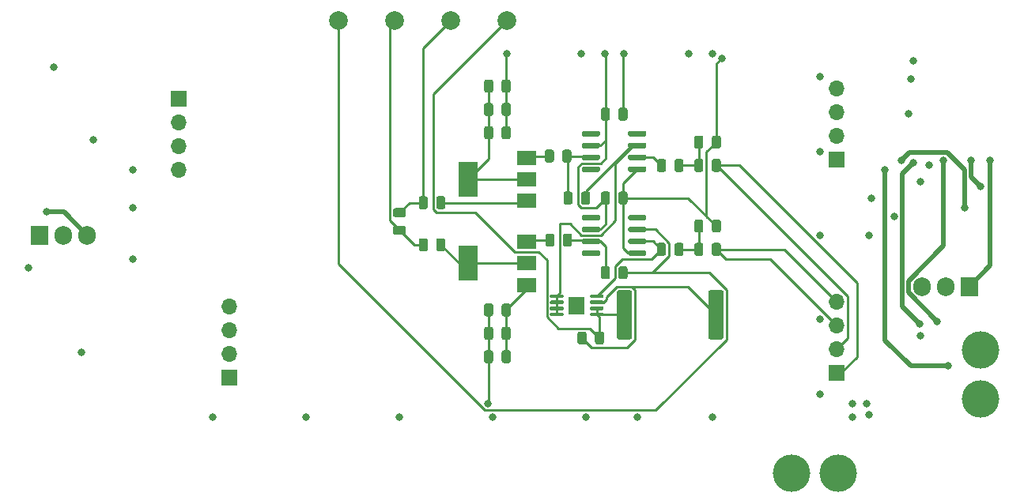
<source format=gbr>
%TF.GenerationSoftware,KiCad,Pcbnew,(5.1.6)-1*%
%TF.CreationDate,2020-11-02T11:11:50+01:00*%
%TF.ProjectId,ltz10v,6c747a31-3076-42e6-9b69-6361645f7063,rev?*%
%TF.SameCoordinates,Original*%
%TF.FileFunction,Copper,L4,Bot*%
%TF.FilePolarity,Positive*%
%FSLAX46Y46*%
G04 Gerber Fmt 4.6, Leading zero omitted, Abs format (unit mm)*
G04 Created by KiCad (PCBNEW (5.1.6)-1) date 2020-11-02 11:11:50*
%MOMM*%
%LPD*%
G01*
G04 APERTURE LIST*
%TA.AperFunction,ComponentPad*%
%ADD10C,1.998980*%
%TD*%
%TA.AperFunction,SMDPad,CuDef*%
%ADD11R,1.680000X1.880000*%
%TD*%
%TA.AperFunction,SMDPad,CuDef*%
%ADD12R,2.000000X1.500000*%
%TD*%
%TA.AperFunction,SMDPad,CuDef*%
%ADD13R,2.000000X3.800000*%
%TD*%
%TA.AperFunction,ComponentPad*%
%ADD14C,4.000500*%
%TD*%
%TA.AperFunction,ComponentPad*%
%ADD15R,1.700000X1.700000*%
%TD*%
%TA.AperFunction,ComponentPad*%
%ADD16O,1.700000X1.700000*%
%TD*%
%TA.AperFunction,ComponentPad*%
%ADD17O,1.905000X2.000000*%
%TD*%
%TA.AperFunction,ComponentPad*%
%ADD18R,1.905000X2.000000*%
%TD*%
%TA.AperFunction,ViaPad*%
%ADD19C,0.800000*%
%TD*%
%TA.AperFunction,Conductor*%
%ADD20C,0.250000*%
%TD*%
%TA.AperFunction,Conductor*%
%ADD21C,0.500000*%
%TD*%
G04 APERTURE END LIST*
%TO.P,R940,2*%
%TO.N,Net-(R938-Pad2)*%
%TA.AperFunction,SMDPad,CuDef*%
G36*
G01*
X176075000Y-101400001D02*
X176075000Y-96599999D01*
G75*
G02*
X176324999Y-96350000I249999J0D01*
G01*
X177475001Y-96350000D01*
G75*
G02*
X177725000Y-96599999I0J-249999D01*
G01*
X177725000Y-101400001D01*
G75*
G02*
X177475001Y-101650000I-249999J0D01*
G01*
X176324999Y-101650000D01*
G75*
G02*
X176075000Y-101400001I0J249999D01*
G01*
G37*
%TD.AperFunction*%
%TO.P,R940,1*%
%TO.N,Net-(J9-Pad1)*%
%TA.AperFunction,SMDPad,CuDef*%
G36*
G01*
X166275000Y-101400001D02*
X166275000Y-96599999D01*
G75*
G02*
X166524999Y-96350000I249999J0D01*
G01*
X167675001Y-96350000D01*
G75*
G02*
X167925000Y-96599999I0J-249999D01*
G01*
X167925000Y-101400001D01*
G75*
G02*
X167675001Y-101650000I-249999J0D01*
G01*
X166524999Y-101650000D01*
G75*
G02*
X166275000Y-101400001I0J249999D01*
G01*
G37*
%TD.AperFunction*%
%TD*%
%TO.P,R942,2*%
%TO.N,Net-(C30-Pad1)*%
%TA.AperFunction,SMDPad,CuDef*%
G36*
G01*
X172450000Y-92456250D02*
X172450000Y-91543750D01*
G75*
G02*
X172693750Y-91300000I243750J0D01*
G01*
X173181250Y-91300000D01*
G75*
G02*
X173425000Y-91543750I0J-243750D01*
G01*
X173425000Y-92456250D01*
G75*
G02*
X173181250Y-92700000I-243750J0D01*
G01*
X172693750Y-92700000D01*
G75*
G02*
X172450000Y-92456250I0J243750D01*
G01*
G37*
%TD.AperFunction*%
%TO.P,R942,1*%
%TO.N,Net-(R942-Pad1)*%
%TA.AperFunction,SMDPad,CuDef*%
G36*
G01*
X170575000Y-92456250D02*
X170575000Y-91543750D01*
G75*
G02*
X170818750Y-91300000I243750J0D01*
G01*
X171306250Y-91300000D01*
G75*
G02*
X171550000Y-91543750I0J-243750D01*
G01*
X171550000Y-92456250D01*
G75*
G02*
X171306250Y-92700000I-243750J0D01*
G01*
X170818750Y-92700000D01*
G75*
G02*
X170575000Y-92456250I0J243750D01*
G01*
G37*
%TD.AperFunction*%
%TD*%
%TO.P,R941,2*%
%TO.N,/buffer/Zener_drive-*%
%TA.AperFunction,SMDPad,CuDef*%
G36*
G01*
X176450000Y-92456250D02*
X176450000Y-91543750D01*
G75*
G02*
X176693750Y-91300000I243750J0D01*
G01*
X177181250Y-91300000D01*
G75*
G02*
X177425000Y-91543750I0J-243750D01*
G01*
X177425000Y-92456250D01*
G75*
G02*
X177181250Y-92700000I-243750J0D01*
G01*
X176693750Y-92700000D01*
G75*
G02*
X176450000Y-92456250I0J243750D01*
G01*
G37*
%TD.AperFunction*%
%TO.P,R941,1*%
%TO.N,Net-(C30-Pad1)*%
%TA.AperFunction,SMDPad,CuDef*%
G36*
G01*
X174575000Y-92456250D02*
X174575000Y-91543750D01*
G75*
G02*
X174818750Y-91300000I243750J0D01*
G01*
X175306250Y-91300000D01*
G75*
G02*
X175550000Y-91543750I0J-243750D01*
G01*
X175550000Y-92456250D01*
G75*
G02*
X175306250Y-92700000I-243750J0D01*
G01*
X174818750Y-92700000D01*
G75*
G02*
X174575000Y-92456250I0J243750D01*
G01*
G37*
%TD.AperFunction*%
%TD*%
%TO.P,R939,2*%
%TO.N,Net-(J10-Pad1)*%
%TA.AperFunction,SMDPad,CuDef*%
G36*
G01*
X143456250Y-88550000D02*
X142543750Y-88550000D01*
G75*
G02*
X142300000Y-88306250I0J243750D01*
G01*
X142300000Y-87818750D01*
G75*
G02*
X142543750Y-87575000I243750J0D01*
G01*
X143456250Y-87575000D01*
G75*
G02*
X143700000Y-87818750I0J-243750D01*
G01*
X143700000Y-88306250D01*
G75*
G02*
X143456250Y-88550000I-243750J0D01*
G01*
G37*
%TD.AperFunction*%
%TO.P,R939,1*%
%TO.N,Net-(J12-Pad1)*%
%TA.AperFunction,SMDPad,CuDef*%
G36*
G01*
X143456250Y-90425000D02*
X142543750Y-90425000D01*
G75*
G02*
X142300000Y-90181250I0J243750D01*
G01*
X142300000Y-89693750D01*
G75*
G02*
X142543750Y-89450000I243750J0D01*
G01*
X143456250Y-89450000D01*
G75*
G02*
X143700000Y-89693750I0J-243750D01*
G01*
X143700000Y-90181250D01*
G75*
G02*
X143456250Y-90425000I-243750J0D01*
G01*
G37*
%TD.AperFunction*%
%TD*%
%TO.P,R938,2*%
%TO.N,Net-(R938-Pad2)*%
%TA.AperFunction,SMDPad,CuDef*%
G36*
G01*
X163050000Y-101043750D02*
X163050000Y-101956250D01*
G75*
G02*
X162806250Y-102200000I-243750J0D01*
G01*
X162318750Y-102200000D01*
G75*
G02*
X162075000Y-101956250I0J243750D01*
G01*
X162075000Y-101043750D01*
G75*
G02*
X162318750Y-100800000I243750J0D01*
G01*
X162806250Y-100800000D01*
G75*
G02*
X163050000Y-101043750I0J-243750D01*
G01*
G37*
%TD.AperFunction*%
%TO.P,R938,1*%
%TO.N,Net-(J9-Pad1)*%
%TA.AperFunction,SMDPad,CuDef*%
G36*
G01*
X164925000Y-101043750D02*
X164925000Y-101956250D01*
G75*
G02*
X164681250Y-102200000I-243750J0D01*
G01*
X164193750Y-102200000D01*
G75*
G02*
X163950000Y-101956250I0J243750D01*
G01*
X163950000Y-101043750D01*
G75*
G02*
X164193750Y-100800000I243750J0D01*
G01*
X164681250Y-100800000D01*
G75*
G02*
X164925000Y-101043750I0J-243750D01*
G01*
G37*
%TD.AperFunction*%
%TD*%
D10*
%TO.P,J12,1*%
%TO.N,Net-(J12-Pad1)*%
X142500000Y-67500000D03*
%TD*%
%TO.P,J11,1*%
%TO.N,Net-(C29-Pad2)*%
X136500000Y-67500000D03*
%TD*%
%TO.P,J10,1*%
%TO.N,Net-(J10-Pad1)*%
X148500000Y-67500000D03*
%TD*%
%TO.P,J9,1*%
%TO.N,Net-(J9-Pad1)*%
X154500000Y-67500000D03*
%TD*%
%TO.P,C33,2*%
%TO.N,GND*%
%TA.AperFunction,SMDPad,CuDef*%
G36*
G01*
X166450000Y-86956250D02*
X166450000Y-86043750D01*
G75*
G02*
X166693750Y-85800000I243750J0D01*
G01*
X167181250Y-85800000D01*
G75*
G02*
X167425000Y-86043750I0J-243750D01*
G01*
X167425000Y-86956250D01*
G75*
G02*
X167181250Y-87200000I-243750J0D01*
G01*
X166693750Y-87200000D01*
G75*
G02*
X166450000Y-86956250I0J243750D01*
G01*
G37*
%TD.AperFunction*%
%TO.P,C33,1*%
%TO.N,+12V*%
%TA.AperFunction,SMDPad,CuDef*%
G36*
G01*
X164575000Y-86956250D02*
X164575000Y-86043750D01*
G75*
G02*
X164818750Y-85800000I243750J0D01*
G01*
X165306250Y-85800000D01*
G75*
G02*
X165550000Y-86043750I0J-243750D01*
G01*
X165550000Y-86956250D01*
G75*
G02*
X165306250Y-87200000I-243750J0D01*
G01*
X164818750Y-87200000D01*
G75*
G02*
X164575000Y-86956250I0J243750D01*
G01*
G37*
%TD.AperFunction*%
%TD*%
%TO.P,C32,2*%
%TO.N,GND*%
%TA.AperFunction,SMDPad,CuDef*%
G36*
G01*
X153050000Y-103043750D02*
X153050000Y-103956250D01*
G75*
G02*
X152806250Y-104200000I-243750J0D01*
G01*
X152318750Y-104200000D01*
G75*
G02*
X152075000Y-103956250I0J243750D01*
G01*
X152075000Y-103043750D01*
G75*
G02*
X152318750Y-102800000I243750J0D01*
G01*
X152806250Y-102800000D01*
G75*
G02*
X153050000Y-103043750I0J-243750D01*
G01*
G37*
%TD.AperFunction*%
%TO.P,C32,1*%
%TO.N,Net-(C31-Pad1)*%
%TA.AperFunction,SMDPad,CuDef*%
G36*
G01*
X154925000Y-103043750D02*
X154925000Y-103956250D01*
G75*
G02*
X154681250Y-104200000I-243750J0D01*
G01*
X154193750Y-104200000D01*
G75*
G02*
X153950000Y-103956250I0J243750D01*
G01*
X153950000Y-103043750D01*
G75*
G02*
X154193750Y-102800000I243750J0D01*
G01*
X154681250Y-102800000D01*
G75*
G02*
X154925000Y-103043750I0J-243750D01*
G01*
G37*
%TD.AperFunction*%
%TD*%
%TO.P,C31,2*%
%TO.N,GND*%
%TA.AperFunction,SMDPad,CuDef*%
G36*
G01*
X153050000Y-100543750D02*
X153050000Y-101456250D01*
G75*
G02*
X152806250Y-101700000I-243750J0D01*
G01*
X152318750Y-101700000D01*
G75*
G02*
X152075000Y-101456250I0J243750D01*
G01*
X152075000Y-100543750D01*
G75*
G02*
X152318750Y-100300000I243750J0D01*
G01*
X152806250Y-100300000D01*
G75*
G02*
X153050000Y-100543750I0J-243750D01*
G01*
G37*
%TD.AperFunction*%
%TO.P,C31,1*%
%TO.N,Net-(C31-Pad1)*%
%TA.AperFunction,SMDPad,CuDef*%
G36*
G01*
X154925000Y-100543750D02*
X154925000Y-101456250D01*
G75*
G02*
X154681250Y-101700000I-243750J0D01*
G01*
X154193750Y-101700000D01*
G75*
G02*
X153950000Y-101456250I0J243750D01*
G01*
X153950000Y-100543750D01*
G75*
G02*
X154193750Y-100300000I243750J0D01*
G01*
X154681250Y-100300000D01*
G75*
G02*
X154925000Y-100543750I0J-243750D01*
G01*
G37*
%TD.AperFunction*%
%TD*%
%TO.P,C30,2*%
%TO.N,GND*%
%TA.AperFunction,SMDPad,CuDef*%
G36*
G01*
X176450000Y-89956250D02*
X176450000Y-89043750D01*
G75*
G02*
X176693750Y-88800000I243750J0D01*
G01*
X177181250Y-88800000D01*
G75*
G02*
X177425000Y-89043750I0J-243750D01*
G01*
X177425000Y-89956250D01*
G75*
G02*
X177181250Y-90200000I-243750J0D01*
G01*
X176693750Y-90200000D01*
G75*
G02*
X176450000Y-89956250I0J243750D01*
G01*
G37*
%TD.AperFunction*%
%TO.P,C30,1*%
%TO.N,Net-(C30-Pad1)*%
%TA.AperFunction,SMDPad,CuDef*%
G36*
G01*
X174575000Y-89956250D02*
X174575000Y-89043750D01*
G75*
G02*
X174818750Y-88800000I243750J0D01*
G01*
X175306250Y-88800000D01*
G75*
G02*
X175550000Y-89043750I0J-243750D01*
G01*
X175550000Y-89956250D01*
G75*
G02*
X175306250Y-90200000I-243750J0D01*
G01*
X174818750Y-90200000D01*
G75*
G02*
X174575000Y-89956250I0J243750D01*
G01*
G37*
%TD.AperFunction*%
%TD*%
%TO.P,C29,2*%
%TO.N,Net-(C29-Pad2)*%
%TA.AperFunction,SMDPad,CuDef*%
G36*
G01*
X166450000Y-94956250D02*
X166450000Y-94043750D01*
G75*
G02*
X166693750Y-93800000I243750J0D01*
G01*
X167181250Y-93800000D01*
G75*
G02*
X167425000Y-94043750I0J-243750D01*
G01*
X167425000Y-94956250D01*
G75*
G02*
X167181250Y-95200000I-243750J0D01*
G01*
X166693750Y-95200000D01*
G75*
G02*
X166450000Y-94956250I0J243750D01*
G01*
G37*
%TD.AperFunction*%
%TO.P,C29,1*%
%TO.N,Net-(C29-Pad1)*%
%TA.AperFunction,SMDPad,CuDef*%
G36*
G01*
X164575000Y-94956250D02*
X164575000Y-94043750D01*
G75*
G02*
X164818750Y-93800000I243750J0D01*
G01*
X165306250Y-93800000D01*
G75*
G02*
X165550000Y-94043750I0J-243750D01*
G01*
X165550000Y-94956250D01*
G75*
G02*
X165306250Y-95200000I-243750J0D01*
G01*
X164818750Y-95200000D01*
G75*
G02*
X164575000Y-94956250I0J243750D01*
G01*
G37*
%TD.AperFunction*%
%TD*%
%TO.P,C28,2*%
%TO.N,Net-(C28-Pad2)*%
%TA.AperFunction,SMDPad,CuDef*%
G36*
G01*
X162450000Y-86956250D02*
X162450000Y-86043750D01*
G75*
G02*
X162693750Y-85800000I243750J0D01*
G01*
X163181250Y-85800000D01*
G75*
G02*
X163425000Y-86043750I0J-243750D01*
G01*
X163425000Y-86956250D01*
G75*
G02*
X163181250Y-87200000I-243750J0D01*
G01*
X162693750Y-87200000D01*
G75*
G02*
X162450000Y-86956250I0J243750D01*
G01*
G37*
%TD.AperFunction*%
%TO.P,C28,1*%
%TO.N,Net-(C28-Pad1)*%
%TA.AperFunction,SMDPad,CuDef*%
G36*
G01*
X160575000Y-86956250D02*
X160575000Y-86043750D01*
G75*
G02*
X160818750Y-85800000I243750J0D01*
G01*
X161306250Y-85800000D01*
G75*
G02*
X161550000Y-86043750I0J-243750D01*
G01*
X161550000Y-86956250D01*
G75*
G02*
X161306250Y-87200000I-243750J0D01*
G01*
X160818750Y-87200000D01*
G75*
G02*
X160575000Y-86956250I0J243750D01*
G01*
G37*
%TD.AperFunction*%
%TD*%
%TO.P,C27,2*%
%TO.N,Net-(C26-Pad2)*%
%TA.AperFunction,SMDPad,CuDef*%
G36*
G01*
X153050000Y-74043750D02*
X153050000Y-74956250D01*
G75*
G02*
X152806250Y-75200000I-243750J0D01*
G01*
X152318750Y-75200000D01*
G75*
G02*
X152075000Y-74956250I0J243750D01*
G01*
X152075000Y-74043750D01*
G75*
G02*
X152318750Y-73800000I243750J0D01*
G01*
X152806250Y-73800000D01*
G75*
G02*
X153050000Y-74043750I0J-243750D01*
G01*
G37*
%TD.AperFunction*%
%TO.P,C27,1*%
%TO.N,+12V*%
%TA.AperFunction,SMDPad,CuDef*%
G36*
G01*
X154925000Y-74043750D02*
X154925000Y-74956250D01*
G75*
G02*
X154681250Y-75200000I-243750J0D01*
G01*
X154193750Y-75200000D01*
G75*
G02*
X153950000Y-74956250I0J243750D01*
G01*
X153950000Y-74043750D01*
G75*
G02*
X154193750Y-73800000I243750J0D01*
G01*
X154681250Y-73800000D01*
G75*
G02*
X154925000Y-74043750I0J-243750D01*
G01*
G37*
%TD.AperFunction*%
%TD*%
%TO.P,C26,2*%
%TO.N,Net-(C26-Pad2)*%
%TA.AperFunction,SMDPad,CuDef*%
G36*
G01*
X153050000Y-76543750D02*
X153050000Y-77456250D01*
G75*
G02*
X152806250Y-77700000I-243750J0D01*
G01*
X152318750Y-77700000D01*
G75*
G02*
X152075000Y-77456250I0J243750D01*
G01*
X152075000Y-76543750D01*
G75*
G02*
X152318750Y-76300000I243750J0D01*
G01*
X152806250Y-76300000D01*
G75*
G02*
X153050000Y-76543750I0J-243750D01*
G01*
G37*
%TD.AperFunction*%
%TO.P,C26,1*%
%TO.N,+12V*%
%TA.AperFunction,SMDPad,CuDef*%
G36*
G01*
X154925000Y-76543750D02*
X154925000Y-77456250D01*
G75*
G02*
X154681250Y-77700000I-243750J0D01*
G01*
X154193750Y-77700000D01*
G75*
G02*
X153950000Y-77456250I0J243750D01*
G01*
X153950000Y-76543750D01*
G75*
G02*
X154193750Y-76300000I243750J0D01*
G01*
X154681250Y-76300000D01*
G75*
G02*
X154925000Y-76543750I0J-243750D01*
G01*
G37*
%TD.AperFunction*%
%TD*%
%TO.P,C25,2*%
%TO.N,GND*%
%TA.AperFunction,SMDPad,CuDef*%
G36*
G01*
X166450000Y-77956250D02*
X166450000Y-77043750D01*
G75*
G02*
X166693750Y-76800000I243750J0D01*
G01*
X167181250Y-76800000D01*
G75*
G02*
X167425000Y-77043750I0J-243750D01*
G01*
X167425000Y-77956250D01*
G75*
G02*
X167181250Y-78200000I-243750J0D01*
G01*
X166693750Y-78200000D01*
G75*
G02*
X166450000Y-77956250I0J243750D01*
G01*
G37*
%TD.AperFunction*%
%TO.P,C25,1*%
%TO.N,+12V*%
%TA.AperFunction,SMDPad,CuDef*%
G36*
G01*
X164575000Y-77956250D02*
X164575000Y-77043750D01*
G75*
G02*
X164818750Y-76800000I243750J0D01*
G01*
X165306250Y-76800000D01*
G75*
G02*
X165550000Y-77043750I0J-243750D01*
G01*
X165550000Y-77956250D01*
G75*
G02*
X165306250Y-78200000I-243750J0D01*
G01*
X164818750Y-78200000D01*
G75*
G02*
X164575000Y-77956250I0J243750D01*
G01*
G37*
%TD.AperFunction*%
%TD*%
D11*
%TO.P,RN1,9*%
%TO.N,N/C*%
X162000000Y-98000000D03*
%TO.P,RN1,8*%
%TO.N,Net-(J9-Pad1)*%
%TA.AperFunction,SMDPad,CuDef*%
G36*
G01*
X163425000Y-99075000D02*
X163425000Y-98875000D01*
G75*
G02*
X163525000Y-98775000I100000J0D01*
G01*
X164775000Y-98775000D01*
G75*
G02*
X164875000Y-98875000I0J-100000D01*
G01*
X164875000Y-99075000D01*
G75*
G02*
X164775000Y-99175000I-100000J0D01*
G01*
X163525000Y-99175000D01*
G75*
G02*
X163425000Y-99075000I0J100000D01*
G01*
G37*
%TD.AperFunction*%
%TO.P,RN1,7*%
%TA.AperFunction,SMDPad,CuDef*%
G36*
G01*
X163425000Y-98425000D02*
X163425000Y-98225000D01*
G75*
G02*
X163525000Y-98125000I100000J0D01*
G01*
X164775000Y-98125000D01*
G75*
G02*
X164875000Y-98225000I0J-100000D01*
G01*
X164875000Y-98425000D01*
G75*
G02*
X164775000Y-98525000I-100000J0D01*
G01*
X163525000Y-98525000D01*
G75*
G02*
X163425000Y-98425000I0J100000D01*
G01*
G37*
%TD.AperFunction*%
%TO.P,RN1,6*%
%TO.N,Net-(R938-Pad2)*%
%TA.AperFunction,SMDPad,CuDef*%
G36*
G01*
X163425000Y-97775000D02*
X163425000Y-97575000D01*
G75*
G02*
X163525000Y-97475000I100000J0D01*
G01*
X164775000Y-97475000D01*
G75*
G02*
X164875000Y-97575000I0J-100000D01*
G01*
X164875000Y-97775000D01*
G75*
G02*
X164775000Y-97875000I-100000J0D01*
G01*
X163525000Y-97875000D01*
G75*
G02*
X163425000Y-97775000I0J100000D01*
G01*
G37*
%TD.AperFunction*%
%TO.P,RN1,5*%
%TO.N,Net-(R942-Pad1)*%
%TA.AperFunction,SMDPad,CuDef*%
G36*
G01*
X163425000Y-97125000D02*
X163425000Y-96925000D01*
G75*
G02*
X163525000Y-96825000I100000J0D01*
G01*
X164775000Y-96825000D01*
G75*
G02*
X164875000Y-96925000I0J-100000D01*
G01*
X164875000Y-97125000D01*
G75*
G02*
X164775000Y-97225000I-100000J0D01*
G01*
X163525000Y-97225000D01*
G75*
G02*
X163425000Y-97125000I0J100000D01*
G01*
G37*
%TD.AperFunction*%
%TO.P,RN1,4*%
%TO.N,Net-(C28-Pad2)*%
%TA.AperFunction,SMDPad,CuDef*%
G36*
G01*
X159125000Y-97125000D02*
X159125000Y-96925000D01*
G75*
G02*
X159225000Y-96825000I100000J0D01*
G01*
X160475000Y-96825000D01*
G75*
G02*
X160575000Y-96925000I0J-100000D01*
G01*
X160575000Y-97125000D01*
G75*
G02*
X160475000Y-97225000I-100000J0D01*
G01*
X159225000Y-97225000D01*
G75*
G02*
X159125000Y-97125000I0J100000D01*
G01*
G37*
%TD.AperFunction*%
%TO.P,RN1,3*%
%TA.AperFunction,SMDPad,CuDef*%
G36*
G01*
X159125000Y-97775000D02*
X159125000Y-97575000D01*
G75*
G02*
X159225000Y-97475000I100000J0D01*
G01*
X160475000Y-97475000D01*
G75*
G02*
X160575000Y-97575000I0J-100000D01*
G01*
X160575000Y-97775000D01*
G75*
G02*
X160475000Y-97875000I-100000J0D01*
G01*
X159225000Y-97875000D01*
G75*
G02*
X159125000Y-97775000I0J100000D01*
G01*
G37*
%TD.AperFunction*%
%TO.P,RN1,2*%
%TA.AperFunction,SMDPad,CuDef*%
G36*
G01*
X159125000Y-98425000D02*
X159125000Y-98225000D01*
G75*
G02*
X159225000Y-98125000I100000J0D01*
G01*
X160475000Y-98125000D01*
G75*
G02*
X160575000Y-98225000I0J-100000D01*
G01*
X160575000Y-98425000D01*
G75*
G02*
X160475000Y-98525000I-100000J0D01*
G01*
X159225000Y-98525000D01*
G75*
G02*
X159125000Y-98425000I0J100000D01*
G01*
G37*
%TD.AperFunction*%
%TO.P,RN1,1*%
%TA.AperFunction,SMDPad,CuDef*%
G36*
G01*
X159125000Y-99075000D02*
X159125000Y-98875000D01*
G75*
G02*
X159225000Y-98775000I100000J0D01*
G01*
X160475000Y-98775000D01*
G75*
G02*
X160575000Y-98875000I0J-100000D01*
G01*
X160575000Y-99075000D01*
G75*
G02*
X160475000Y-99175000I-100000J0D01*
G01*
X159225000Y-99175000D01*
G75*
G02*
X159125000Y-99075000I0J100000D01*
G01*
G37*
%TD.AperFunction*%
%TD*%
%TO.P,R935,2*%
%TO.N,Net-(C31-Pad1)*%
%TA.AperFunction,SMDPad,CuDef*%
G36*
G01*
X153950000Y-98956250D02*
X153950000Y-98043750D01*
G75*
G02*
X154193750Y-97800000I243750J0D01*
G01*
X154681250Y-97800000D01*
G75*
G02*
X154925000Y-98043750I0J-243750D01*
G01*
X154925000Y-98956250D01*
G75*
G02*
X154681250Y-99200000I-243750J0D01*
G01*
X154193750Y-99200000D01*
G75*
G02*
X153950000Y-98956250I0J243750D01*
G01*
G37*
%TD.AperFunction*%
%TO.P,R935,1*%
%TO.N,GND*%
%TA.AperFunction,SMDPad,CuDef*%
G36*
G01*
X152075000Y-98956250D02*
X152075000Y-98043750D01*
G75*
G02*
X152318750Y-97800000I243750J0D01*
G01*
X152806250Y-97800000D01*
G75*
G02*
X153050000Y-98043750I0J-243750D01*
G01*
X153050000Y-98956250D01*
G75*
G02*
X152806250Y-99200000I-243750J0D01*
G01*
X152318750Y-99200000D01*
G75*
G02*
X152075000Y-98956250I0J243750D01*
G01*
G37*
%TD.AperFunction*%
%TD*%
%TO.P,R934,2*%
%TO.N,Net-(C29-Pad1)*%
%TA.AperFunction,SMDPad,CuDef*%
G36*
G01*
X160512500Y-91456250D02*
X160512500Y-90543750D01*
G75*
G02*
X160756250Y-90300000I243750J0D01*
G01*
X161243750Y-90300000D01*
G75*
G02*
X161487500Y-90543750I0J-243750D01*
G01*
X161487500Y-91456250D01*
G75*
G02*
X161243750Y-91700000I-243750J0D01*
G01*
X160756250Y-91700000D01*
G75*
G02*
X160512500Y-91456250I0J243750D01*
G01*
G37*
%TD.AperFunction*%
%TO.P,R934,1*%
%TO.N,Net-(Q5-Pad1)*%
%TA.AperFunction,SMDPad,CuDef*%
G36*
G01*
X158637500Y-91456250D02*
X158637500Y-90543750D01*
G75*
G02*
X158881250Y-90300000I243750J0D01*
G01*
X159368750Y-90300000D01*
G75*
G02*
X159612500Y-90543750I0J-243750D01*
G01*
X159612500Y-91456250D01*
G75*
G02*
X159368750Y-91700000I-243750J0D01*
G01*
X158881250Y-91700000D01*
G75*
G02*
X158637500Y-91456250I0J243750D01*
G01*
G37*
%TD.AperFunction*%
%TD*%
%TO.P,R933,2*%
%TO.N,Net-(J12-Pad1)*%
%TA.AperFunction,SMDPad,CuDef*%
G36*
G01*
X146050000Y-91043750D02*
X146050000Y-91956250D01*
G75*
G02*
X145806250Y-92200000I-243750J0D01*
G01*
X145318750Y-92200000D01*
G75*
G02*
X145075000Y-91956250I0J243750D01*
G01*
X145075000Y-91043750D01*
G75*
G02*
X145318750Y-90800000I243750J0D01*
G01*
X145806250Y-90800000D01*
G75*
G02*
X146050000Y-91043750I0J-243750D01*
G01*
G37*
%TD.AperFunction*%
%TO.P,R933,1*%
%TO.N,Net-(Q5-Pad2)*%
%TA.AperFunction,SMDPad,CuDef*%
G36*
G01*
X147925000Y-91043750D02*
X147925000Y-91956250D01*
G75*
G02*
X147681250Y-92200000I-243750J0D01*
G01*
X147193750Y-92200000D01*
G75*
G02*
X146950000Y-91956250I0J243750D01*
G01*
X146950000Y-91043750D01*
G75*
G02*
X147193750Y-90800000I243750J0D01*
G01*
X147681250Y-90800000D01*
G75*
G02*
X147925000Y-91043750I0J-243750D01*
G01*
G37*
%TD.AperFunction*%
%TD*%
%TO.P,R932,2*%
%TO.N,Net-(Q4-Pad3)*%
%TA.AperFunction,SMDPad,CuDef*%
G36*
G01*
X146950000Y-87456250D02*
X146950000Y-86543750D01*
G75*
G02*
X147193750Y-86300000I243750J0D01*
G01*
X147681250Y-86300000D01*
G75*
G02*
X147925000Y-86543750I0J-243750D01*
G01*
X147925000Y-87456250D01*
G75*
G02*
X147681250Y-87700000I-243750J0D01*
G01*
X147193750Y-87700000D01*
G75*
G02*
X146950000Y-87456250I0J243750D01*
G01*
G37*
%TD.AperFunction*%
%TO.P,R932,1*%
%TO.N,Net-(J10-Pad1)*%
%TA.AperFunction,SMDPad,CuDef*%
G36*
G01*
X145075000Y-87456250D02*
X145075000Y-86543750D01*
G75*
G02*
X145318750Y-86300000I243750J0D01*
G01*
X145806250Y-86300000D01*
G75*
G02*
X146050000Y-86543750I0J-243750D01*
G01*
X146050000Y-87456250D01*
G75*
G02*
X145806250Y-87700000I-243750J0D01*
G01*
X145318750Y-87700000D01*
G75*
G02*
X145075000Y-87456250I0J243750D01*
G01*
G37*
%TD.AperFunction*%
%TD*%
%TO.P,R931,2*%
%TO.N,Net-(C28-Pad1)*%
%TA.AperFunction,SMDPad,CuDef*%
G36*
G01*
X160450000Y-82456250D02*
X160450000Y-81543750D01*
G75*
G02*
X160693750Y-81300000I243750J0D01*
G01*
X161181250Y-81300000D01*
G75*
G02*
X161425000Y-81543750I0J-243750D01*
G01*
X161425000Y-82456250D01*
G75*
G02*
X161181250Y-82700000I-243750J0D01*
G01*
X160693750Y-82700000D01*
G75*
G02*
X160450000Y-82456250I0J243750D01*
G01*
G37*
%TD.AperFunction*%
%TO.P,R931,1*%
%TO.N,Net-(Q4-Pad1)*%
%TA.AperFunction,SMDPad,CuDef*%
G36*
G01*
X158575000Y-82456250D02*
X158575000Y-81543750D01*
G75*
G02*
X158818750Y-81300000I243750J0D01*
G01*
X159306250Y-81300000D01*
G75*
G02*
X159550000Y-81543750I0J-243750D01*
G01*
X159550000Y-82456250D01*
G75*
G02*
X159306250Y-82700000I-243750J0D01*
G01*
X158818750Y-82700000D01*
G75*
G02*
X158575000Y-82456250I0J243750D01*
G01*
G37*
%TD.AperFunction*%
%TD*%
%TO.P,R930,2*%
%TO.N,Net-(C19-Pad1)*%
%TA.AperFunction,SMDPad,CuDef*%
G36*
G01*
X172450000Y-83456250D02*
X172450000Y-82543750D01*
G75*
G02*
X172693750Y-82300000I243750J0D01*
G01*
X173181250Y-82300000D01*
G75*
G02*
X173425000Y-82543750I0J-243750D01*
G01*
X173425000Y-83456250D01*
G75*
G02*
X173181250Y-83700000I-243750J0D01*
G01*
X172693750Y-83700000D01*
G75*
G02*
X172450000Y-83456250I0J243750D01*
G01*
G37*
%TD.AperFunction*%
%TO.P,R930,1*%
%TO.N,Net-(R930-Pad1)*%
%TA.AperFunction,SMDPad,CuDef*%
G36*
G01*
X170575000Y-83456250D02*
X170575000Y-82543750D01*
G75*
G02*
X170818750Y-82300000I243750J0D01*
G01*
X171306250Y-82300000D01*
G75*
G02*
X171550000Y-82543750I0J-243750D01*
G01*
X171550000Y-83456250D01*
G75*
G02*
X171306250Y-83700000I-243750J0D01*
G01*
X170818750Y-83700000D01*
G75*
G02*
X170575000Y-83456250I0J243750D01*
G01*
G37*
%TD.AperFunction*%
%TD*%
%TO.P,R929,2*%
%TO.N,/buffer/Zener_drive+*%
%TA.AperFunction,SMDPad,CuDef*%
G36*
G01*
X176450000Y-83456250D02*
X176450000Y-82543750D01*
G75*
G02*
X176693750Y-82300000I243750J0D01*
G01*
X177181250Y-82300000D01*
G75*
G02*
X177425000Y-82543750I0J-243750D01*
G01*
X177425000Y-83456250D01*
G75*
G02*
X177181250Y-83700000I-243750J0D01*
G01*
X176693750Y-83700000D01*
G75*
G02*
X176450000Y-83456250I0J243750D01*
G01*
G37*
%TD.AperFunction*%
%TO.P,R929,1*%
%TO.N,Net-(C19-Pad1)*%
%TA.AperFunction,SMDPad,CuDef*%
G36*
G01*
X174575000Y-83456250D02*
X174575000Y-82543750D01*
G75*
G02*
X174818750Y-82300000I243750J0D01*
G01*
X175306250Y-82300000D01*
G75*
G02*
X175550000Y-82543750I0J-243750D01*
G01*
X175550000Y-83456250D01*
G75*
G02*
X175306250Y-83700000I-243750J0D01*
G01*
X174818750Y-83700000D01*
G75*
G02*
X174575000Y-83456250I0J243750D01*
G01*
G37*
%TD.AperFunction*%
%TD*%
%TO.P,R928,2*%
%TO.N,+12V*%
%TA.AperFunction,SMDPad,CuDef*%
G36*
G01*
X153950000Y-79956250D02*
X153950000Y-79043750D01*
G75*
G02*
X154193750Y-78800000I243750J0D01*
G01*
X154681250Y-78800000D01*
G75*
G02*
X154925000Y-79043750I0J-243750D01*
G01*
X154925000Y-79956250D01*
G75*
G02*
X154681250Y-80200000I-243750J0D01*
G01*
X154193750Y-80200000D01*
G75*
G02*
X153950000Y-79956250I0J243750D01*
G01*
G37*
%TD.AperFunction*%
%TO.P,R928,1*%
%TO.N,Net-(C26-Pad2)*%
%TA.AperFunction,SMDPad,CuDef*%
G36*
G01*
X152075000Y-79956250D02*
X152075000Y-79043750D01*
G75*
G02*
X152318750Y-78800000I243750J0D01*
G01*
X152806250Y-78800000D01*
G75*
G02*
X153050000Y-79043750I0J-243750D01*
G01*
X153050000Y-79956250D01*
G75*
G02*
X152806250Y-80200000I-243750J0D01*
G01*
X152318750Y-80200000D01*
G75*
G02*
X152075000Y-79956250I0J243750D01*
G01*
G37*
%TD.AperFunction*%
%TD*%
D12*
%TO.P,Q5,1*%
%TO.N,Net-(Q5-Pad1)*%
X156650000Y-91200000D03*
%TO.P,Q5,3*%
%TO.N,Net-(C31-Pad1)*%
X156650000Y-95800000D03*
%TO.P,Q5,2*%
%TO.N,Net-(Q5-Pad2)*%
X156650000Y-93500000D03*
D13*
X150350000Y-93500000D03*
%TD*%
D12*
%TO.P,Q4,1*%
%TO.N,Net-(Q4-Pad1)*%
X156650000Y-82200000D03*
%TO.P,Q4,3*%
%TO.N,Net-(Q4-Pad3)*%
X156650000Y-86800000D03*
%TO.P,Q4,2*%
%TO.N,Net-(C26-Pad2)*%
X156650000Y-84500000D03*
D13*
X150350000Y-84500000D03*
%TD*%
%TO.P,C19,2*%
%TO.N,GND*%
%TA.AperFunction,SMDPad,CuDef*%
G36*
G01*
X176450000Y-80956250D02*
X176450000Y-80043750D01*
G75*
G02*
X176693750Y-79800000I243750J0D01*
G01*
X177181250Y-79800000D01*
G75*
G02*
X177425000Y-80043750I0J-243750D01*
G01*
X177425000Y-80956250D01*
G75*
G02*
X177181250Y-81200000I-243750J0D01*
G01*
X176693750Y-81200000D01*
G75*
G02*
X176450000Y-80956250I0J243750D01*
G01*
G37*
%TD.AperFunction*%
%TO.P,C19,1*%
%TO.N,Net-(C19-Pad1)*%
%TA.AperFunction,SMDPad,CuDef*%
G36*
G01*
X174575000Y-80956250D02*
X174575000Y-80043750D01*
G75*
G02*
X174818750Y-79800000I243750J0D01*
G01*
X175306250Y-79800000D01*
G75*
G02*
X175550000Y-80043750I0J-243750D01*
G01*
X175550000Y-80956250D01*
G75*
G02*
X175306250Y-81200000I-243750J0D01*
G01*
X174818750Y-81200000D01*
G75*
G02*
X174575000Y-80956250I0J243750D01*
G01*
G37*
%TD.AperFunction*%
%TD*%
D14*
%TO.P,J8,1*%
%TO.N,Net-(D3-Pad2)*%
X185000000Y-116000000D03*
%TD*%
%TO.P,J3,1*%
%TO.N,Net-(D1-Pad2)*%
X190000000Y-116000000D03*
%TD*%
%TO.P,U2,8*%
%TO.N,Net-(U2-Pad8)*%
%TA.AperFunction,SMDPad,CuDef*%
G36*
G01*
X164500000Y-88445000D02*
X164500000Y-88745000D01*
G75*
G02*
X164350000Y-88895000I-150000J0D01*
G01*
X162700000Y-88895000D01*
G75*
G02*
X162550000Y-88745000I0J150000D01*
G01*
X162550000Y-88445000D01*
G75*
G02*
X162700000Y-88295000I150000J0D01*
G01*
X164350000Y-88295000D01*
G75*
G02*
X164500000Y-88445000I0J-150000D01*
G01*
G37*
%TD.AperFunction*%
%TO.P,U2,7*%
%TO.N,+12V*%
%TA.AperFunction,SMDPad,CuDef*%
G36*
G01*
X164500000Y-89715000D02*
X164500000Y-90015000D01*
G75*
G02*
X164350000Y-90165000I-150000J0D01*
G01*
X162700000Y-90165000D01*
G75*
G02*
X162550000Y-90015000I0J150000D01*
G01*
X162550000Y-89715000D01*
G75*
G02*
X162700000Y-89565000I150000J0D01*
G01*
X164350000Y-89565000D01*
G75*
G02*
X164500000Y-89715000I0J-150000D01*
G01*
G37*
%TD.AperFunction*%
%TO.P,U2,6*%
%TO.N,Net-(C29-Pad1)*%
%TA.AperFunction,SMDPad,CuDef*%
G36*
G01*
X164500000Y-90985000D02*
X164500000Y-91285000D01*
G75*
G02*
X164350000Y-91435000I-150000J0D01*
G01*
X162700000Y-91435000D01*
G75*
G02*
X162550000Y-91285000I0J150000D01*
G01*
X162550000Y-90985000D01*
G75*
G02*
X162700000Y-90835000I150000J0D01*
G01*
X164350000Y-90835000D01*
G75*
G02*
X164500000Y-90985000I0J-150000D01*
G01*
G37*
%TD.AperFunction*%
%TO.P,U2,5*%
%TO.N,N/C*%
%TA.AperFunction,SMDPad,CuDef*%
G36*
G01*
X164500000Y-92255000D02*
X164500000Y-92555000D01*
G75*
G02*
X164350000Y-92705000I-150000J0D01*
G01*
X162700000Y-92705000D01*
G75*
G02*
X162550000Y-92555000I0J150000D01*
G01*
X162550000Y-92255000D01*
G75*
G02*
X162700000Y-92105000I150000J0D01*
G01*
X164350000Y-92105000D01*
G75*
G02*
X164500000Y-92255000I0J-150000D01*
G01*
G37*
%TD.AperFunction*%
%TO.P,U2,4*%
%TO.N,GND*%
%TA.AperFunction,SMDPad,CuDef*%
G36*
G01*
X169450000Y-92255000D02*
X169450000Y-92555000D01*
G75*
G02*
X169300000Y-92705000I-150000J0D01*
G01*
X167650000Y-92705000D01*
G75*
G02*
X167500000Y-92555000I0J150000D01*
G01*
X167500000Y-92255000D01*
G75*
G02*
X167650000Y-92105000I150000J0D01*
G01*
X169300000Y-92105000D01*
G75*
G02*
X169450000Y-92255000I0J-150000D01*
G01*
G37*
%TD.AperFunction*%
%TO.P,U2,3*%
%TO.N,Net-(R942-Pad1)*%
%TA.AperFunction,SMDPad,CuDef*%
G36*
G01*
X169450000Y-90985000D02*
X169450000Y-91285000D01*
G75*
G02*
X169300000Y-91435000I-150000J0D01*
G01*
X167650000Y-91435000D01*
G75*
G02*
X167500000Y-91285000I0J150000D01*
G01*
X167500000Y-90985000D01*
G75*
G02*
X167650000Y-90835000I150000J0D01*
G01*
X169300000Y-90835000D01*
G75*
G02*
X169450000Y-90985000I0J-150000D01*
G01*
G37*
%TD.AperFunction*%
%TO.P,U2,2*%
%TO.N,Net-(C29-Pad2)*%
%TA.AperFunction,SMDPad,CuDef*%
G36*
G01*
X169450000Y-89715000D02*
X169450000Y-90015000D01*
G75*
G02*
X169300000Y-90165000I-150000J0D01*
G01*
X167650000Y-90165000D01*
G75*
G02*
X167500000Y-90015000I0J150000D01*
G01*
X167500000Y-89715000D01*
G75*
G02*
X167650000Y-89565000I150000J0D01*
G01*
X169300000Y-89565000D01*
G75*
G02*
X169450000Y-89715000I0J-150000D01*
G01*
G37*
%TD.AperFunction*%
%TO.P,U2,1*%
%TO.N,Net-(U2-Pad1)*%
%TA.AperFunction,SMDPad,CuDef*%
G36*
G01*
X169450000Y-88445000D02*
X169450000Y-88745000D01*
G75*
G02*
X169300000Y-88895000I-150000J0D01*
G01*
X167650000Y-88895000D01*
G75*
G02*
X167500000Y-88745000I0J150000D01*
G01*
X167500000Y-88445000D01*
G75*
G02*
X167650000Y-88295000I150000J0D01*
G01*
X169300000Y-88295000D01*
G75*
G02*
X169450000Y-88445000I0J-150000D01*
G01*
G37*
%TD.AperFunction*%
%TD*%
%TO.P,U1,8*%
%TO.N,Net-(U1-Pad8)*%
%TA.AperFunction,SMDPad,CuDef*%
G36*
G01*
X164500000Y-79445000D02*
X164500000Y-79745000D01*
G75*
G02*
X164350000Y-79895000I-150000J0D01*
G01*
X162700000Y-79895000D01*
G75*
G02*
X162550000Y-79745000I0J150000D01*
G01*
X162550000Y-79445000D01*
G75*
G02*
X162700000Y-79295000I150000J0D01*
G01*
X164350000Y-79295000D01*
G75*
G02*
X164500000Y-79445000I0J-150000D01*
G01*
G37*
%TD.AperFunction*%
%TO.P,U1,7*%
%TO.N,+12V*%
%TA.AperFunction,SMDPad,CuDef*%
G36*
G01*
X164500000Y-80715000D02*
X164500000Y-81015000D01*
G75*
G02*
X164350000Y-81165000I-150000J0D01*
G01*
X162700000Y-81165000D01*
G75*
G02*
X162550000Y-81015000I0J150000D01*
G01*
X162550000Y-80715000D01*
G75*
G02*
X162700000Y-80565000I150000J0D01*
G01*
X164350000Y-80565000D01*
G75*
G02*
X164500000Y-80715000I0J-150000D01*
G01*
G37*
%TD.AperFunction*%
%TO.P,U1,6*%
%TO.N,Net-(C28-Pad1)*%
%TA.AperFunction,SMDPad,CuDef*%
G36*
G01*
X164500000Y-81985000D02*
X164500000Y-82285000D01*
G75*
G02*
X164350000Y-82435000I-150000J0D01*
G01*
X162700000Y-82435000D01*
G75*
G02*
X162550000Y-82285000I0J150000D01*
G01*
X162550000Y-81985000D01*
G75*
G02*
X162700000Y-81835000I150000J0D01*
G01*
X164350000Y-81835000D01*
G75*
G02*
X164500000Y-81985000I0J-150000D01*
G01*
G37*
%TD.AperFunction*%
%TO.P,U1,5*%
%TO.N,N/C*%
%TA.AperFunction,SMDPad,CuDef*%
G36*
G01*
X164500000Y-83255000D02*
X164500000Y-83555000D01*
G75*
G02*
X164350000Y-83705000I-150000J0D01*
G01*
X162700000Y-83705000D01*
G75*
G02*
X162550000Y-83555000I0J150000D01*
G01*
X162550000Y-83255000D01*
G75*
G02*
X162700000Y-83105000I150000J0D01*
G01*
X164350000Y-83105000D01*
G75*
G02*
X164500000Y-83255000I0J-150000D01*
G01*
G37*
%TD.AperFunction*%
%TO.P,U1,4*%
%TO.N,GND*%
%TA.AperFunction,SMDPad,CuDef*%
G36*
G01*
X169450000Y-83255000D02*
X169450000Y-83555000D01*
G75*
G02*
X169300000Y-83705000I-150000J0D01*
G01*
X167650000Y-83705000D01*
G75*
G02*
X167500000Y-83555000I0J150000D01*
G01*
X167500000Y-83255000D01*
G75*
G02*
X167650000Y-83105000I150000J0D01*
G01*
X169300000Y-83105000D01*
G75*
G02*
X169450000Y-83255000I0J-150000D01*
G01*
G37*
%TD.AperFunction*%
%TO.P,U1,3*%
%TO.N,Net-(R930-Pad1)*%
%TA.AperFunction,SMDPad,CuDef*%
G36*
G01*
X169450000Y-81985000D02*
X169450000Y-82285000D01*
G75*
G02*
X169300000Y-82435000I-150000J0D01*
G01*
X167650000Y-82435000D01*
G75*
G02*
X167500000Y-82285000I0J150000D01*
G01*
X167500000Y-81985000D01*
G75*
G02*
X167650000Y-81835000I150000J0D01*
G01*
X169300000Y-81835000D01*
G75*
G02*
X169450000Y-81985000I0J-150000D01*
G01*
G37*
%TD.AperFunction*%
%TO.P,U1,2*%
%TO.N,Net-(C28-Pad2)*%
%TA.AperFunction,SMDPad,CuDef*%
G36*
G01*
X169450000Y-80715000D02*
X169450000Y-81015000D01*
G75*
G02*
X169300000Y-81165000I-150000J0D01*
G01*
X167650000Y-81165000D01*
G75*
G02*
X167500000Y-81015000I0J150000D01*
G01*
X167500000Y-80715000D01*
G75*
G02*
X167650000Y-80565000I150000J0D01*
G01*
X169300000Y-80565000D01*
G75*
G02*
X169450000Y-80715000I0J-150000D01*
G01*
G37*
%TD.AperFunction*%
%TO.P,U1,1*%
%TO.N,Net-(U1-Pad1)*%
%TA.AperFunction,SMDPad,CuDef*%
G36*
G01*
X169450000Y-79445000D02*
X169450000Y-79745000D01*
G75*
G02*
X169300000Y-79895000I-150000J0D01*
G01*
X167650000Y-79895000D01*
G75*
G02*
X167500000Y-79745000I0J150000D01*
G01*
X167500000Y-79445000D01*
G75*
G02*
X167650000Y-79295000I150000J0D01*
G01*
X169300000Y-79295000D01*
G75*
G02*
X169450000Y-79445000I0J-150000D01*
G01*
G37*
%TD.AperFunction*%
%TD*%
D15*
%TO.P,J1,1*%
%TO.N,/battery/11V*%
X189819000Y-82369500D03*
D16*
%TO.P,J1,2*%
X189819000Y-79829500D03*
%TO.P,J1,3*%
%TO.N,GND*%
X189819000Y-77289500D03*
%TO.P,J1,4*%
X189819000Y-74749500D03*
%TD*%
D17*
%TO.P,Q3,3*%
%TO.N,/temperature/sheet5FAD990D/H*%
X109580000Y-90500000D03*
%TO.P,Q3,2*%
%TO.N,+12V*%
X107040000Y-90500000D03*
D18*
%TO.P,Q3,1*%
%TO.N,Net-(Q3-Pad1)*%
X104500000Y-90500000D03*
%TD*%
D14*
%TO.P,J6,1*%
%TO.N,GND*%
X205250000Y-108000000D03*
%TD*%
%TO.P,J7,1*%
%TO.N,Net-(J7-Pad1)*%
X205250000Y-102750000D03*
%TD*%
D16*
%TO.P,J4,4*%
%TO.N,GND*%
X119397500Y-83512500D03*
%TO.P,J4,3*%
%TO.N,/temperature/t_fb2*%
X119397500Y-80972500D03*
%TO.P,J4,2*%
%TO.N,/temperature/t_fb1*%
X119397500Y-78432500D03*
D15*
%TO.P,J4,1*%
%TO.N,Net-(J4-Pad1)*%
X119397500Y-75892500D03*
%TD*%
D17*
%TO.P,Q1,3*%
%TO.N,Net-(Q1-Pad3)*%
X198920000Y-96000000D03*
%TO.P,Q1,2*%
%TO.N,+15V*%
X201460000Y-96000000D03*
D18*
%TO.P,Q1,1*%
%TO.N,Net-(Q1-Pad1)*%
X204000000Y-96000000D03*
%TD*%
D16*
%TO.P,J5,4*%
%TO.N,+5V*%
X124795000Y-98117500D03*
%TO.P,J5,3*%
%TO.N,GND*%
X124795000Y-100657500D03*
%TO.P,J5,2*%
%TO.N,Net-(J5-Pad2)*%
X124795000Y-103197500D03*
D15*
%TO.P,J5,1*%
%TO.N,Net-(J5-Pad1)*%
X124795000Y-105737500D03*
%TD*%
D16*
%TO.P,J2,4*%
%TO.N,/buffer/Zener_drive-*%
X189819000Y-97609500D03*
%TO.P,J2,3*%
X189819000Y-100149500D03*
%TO.P,J2,2*%
%TO.N,/buffer/Zener_drive+*%
X189819000Y-102689500D03*
D15*
%TO.P,J2,1*%
X189819000Y-105229500D03*
%TD*%
D19*
%TO.N,GND*%
X109000000Y-103000000D03*
X103250000Y-94000000D03*
X110250000Y-80250000D03*
X106000000Y-72500000D03*
X188000000Y-90500000D03*
X188000000Y-73500000D03*
X188000000Y-107500000D03*
X188000000Y-81500000D03*
X188000000Y-99500000D03*
X197500000Y-77500000D03*
X197750000Y-73750000D03*
X198750000Y-101250000D03*
X193250000Y-90500000D03*
X198750000Y-84750000D03*
X193250000Y-109750000D03*
X123000000Y-110000000D03*
X133000000Y-110000000D03*
X143000000Y-110000000D03*
X153000000Y-110000000D03*
X163000000Y-110000000D03*
X168500000Y-110000000D03*
X176500000Y-110000000D03*
X193000000Y-108500000D03*
X191500000Y-108500000D03*
X191500000Y-110000000D03*
X174000000Y-71000000D03*
X152500000Y-108500000D03*
X177500000Y-71500000D03*
X167000000Y-71000000D03*
%TO.N,+15V*%
X199750000Y-83000000D03*
X198000000Y-71750000D03*
%TO.N,Net-(Q1-Pad1)*%
X206250000Y-82500000D03*
%TO.N,/temperature/sheet5FAD990D/H*%
X105250000Y-88000000D03*
%TO.N,Net-(Q2-Pad1)*%
X195000000Y-83500000D03*
X201750000Y-104500000D03*
%TO.N,Net-(R901-Pad1)*%
X196750000Y-82500000D03*
X203500000Y-87500000D03*
%TO.N,Net-(J7-Pad1)*%
X195967480Y-88500000D03*
%TO.N,Net-(C10-Pad1)*%
X204250000Y-82500000D03*
X205250000Y-85250000D03*
%TO.N,Net-(C11-Pad2)*%
X198000000Y-82750000D03*
X198725002Y-100000000D03*
%TO.N,Net-(C11-Pad1)*%
X201250000Y-82500000D03*
X200606725Y-99723038D03*
%TO.N,+12V*%
X193500000Y-86500000D03*
X114500000Y-83500000D03*
X114500000Y-87500000D03*
X114500000Y-93000000D03*
X162500000Y-71000000D03*
X176500000Y-71000000D03*
X154500000Y-71000000D03*
X165000000Y-71000000D03*
%TD*%
D20*
%TO.N,GND*%
X166937500Y-91842500D02*
X167500000Y-92405000D01*
X167500000Y-92405000D02*
X168475000Y-92405000D01*
X166937500Y-86500000D02*
X166937500Y-91842500D01*
X152562500Y-98500000D02*
X152562500Y-101000000D01*
X152562500Y-101000000D02*
X152562500Y-103500000D01*
X152562500Y-103500000D02*
X152562500Y-108437500D01*
X152562500Y-108437500D02*
X152500000Y-108500000D01*
X176937500Y-80500000D02*
X176937500Y-72062500D01*
X176937500Y-72062500D02*
X177500000Y-71500000D01*
X173937500Y-86500000D02*
X166937500Y-86500000D01*
X176937500Y-89500000D02*
X173937500Y-86500000D01*
X166937500Y-84942500D02*
X168475000Y-83405000D01*
X166937500Y-86500000D02*
X166937500Y-84942500D01*
X166937500Y-77500000D02*
X166937500Y-71062500D01*
X166937500Y-71062500D02*
X167000000Y-71000000D01*
X175875010Y-81562490D02*
X175875010Y-88437510D01*
X175875010Y-88437510D02*
X176937500Y-89500000D01*
X176937500Y-80500000D02*
X175875010Y-81562490D01*
D21*
%TO.N,Net-(Q1-Pad1)*%
X206250000Y-93750000D02*
X204000000Y-96000000D01*
X206250000Y-82500000D02*
X206250000Y-93750000D01*
%TO.N,/temperature/sheet5FAD990D/H*%
X107080000Y-88000000D02*
X109580000Y-90500000D01*
X105250000Y-88000000D02*
X107080000Y-88000000D01*
%TO.N,Net-(Q2-Pad1)*%
X195000000Y-83500000D02*
X195000000Y-101735141D01*
X195000000Y-101735141D02*
X197764859Y-104500000D01*
X197764859Y-104500000D02*
X201750000Y-104500000D01*
%TO.N,Net-(R901-Pad1)*%
X201658001Y-81649999D02*
X203500000Y-83491998D01*
X196750000Y-82500000D02*
X197600001Y-81649999D01*
X203500000Y-83491998D02*
X203500000Y-87500000D01*
X197600001Y-81649999D02*
X201658001Y-81649999D01*
%TO.N,Net-(C10-Pad1)*%
X204250000Y-82500000D02*
X204250000Y-84250000D01*
X204250000Y-84250000D02*
X205250000Y-85250000D01*
%TO.N,Net-(C11-Pad2)*%
X196817480Y-98092478D02*
X198725002Y-100000000D01*
X198000000Y-82750000D02*
X196817480Y-83932520D01*
X196817480Y-83932520D02*
X196817480Y-98092478D01*
%TO.N,Net-(C11-Pad1)*%
X197517490Y-96633803D02*
X200606725Y-99723038D01*
X197517490Y-95371562D02*
X197517490Y-96633803D01*
X201250000Y-82500000D02*
X201250000Y-91639052D01*
X201250000Y-91639052D02*
X197517490Y-95371562D01*
D20*
%TO.N,+12V*%
X165062500Y-80302500D02*
X164500000Y-80865000D01*
X164500000Y-80865000D02*
X163525000Y-80865000D01*
X165062500Y-77500000D02*
X165062500Y-80302500D01*
X164500000Y-89865000D02*
X163525000Y-89865000D01*
X165062500Y-89302500D02*
X164500000Y-89865000D01*
X165062500Y-86500000D02*
X165062500Y-89302500D01*
X154437500Y-79500000D02*
X154437500Y-77000000D01*
X154437500Y-77000000D02*
X154437500Y-74500000D01*
X154437500Y-74500000D02*
X154437500Y-71062500D01*
X154437500Y-71062500D02*
X154500000Y-71000000D01*
X165062500Y-77500000D02*
X165062500Y-71062500D01*
X165062500Y-71062500D02*
X165000000Y-71000000D01*
X165062500Y-82244268D02*
X165062500Y-77500000D01*
X162124990Y-83158242D02*
X162523222Y-82760010D01*
X162124990Y-87191840D02*
X162124990Y-83158242D01*
X162458160Y-87525010D02*
X162124990Y-87191840D01*
X164037490Y-87525010D02*
X162458160Y-87525010D01*
X164546758Y-82760010D02*
X165062500Y-82244268D01*
X162523222Y-82760010D02*
X164546758Y-82760010D01*
X165062500Y-86500000D02*
X164037490Y-87525010D01*
%TO.N,Net-(C19-Pad1)*%
X172937500Y-83000000D02*
X175062500Y-83000000D01*
X175062500Y-83000000D02*
X175062500Y-80500000D01*
%TO.N,/buffer/Zener_drive-*%
X184209500Y-92000000D02*
X189819000Y-97609500D01*
X176937500Y-92000000D02*
X184209500Y-92000000D01*
X189819000Y-100149500D02*
X182669500Y-93000000D01*
X177937500Y-93000000D02*
X176937500Y-92000000D01*
X182669500Y-93000000D02*
X177937500Y-93000000D01*
%TO.N,/buffer/Zener_drive+*%
X190994001Y-97056501D02*
X176937500Y-83000000D01*
X190994001Y-101514499D02*
X190994001Y-97056501D01*
X189819000Y-102689500D02*
X190994001Y-101514499D01*
X189819000Y-105229500D02*
X190270500Y-105229500D01*
X190270500Y-105229500D02*
X192000000Y-103500000D01*
X179426998Y-83000000D02*
X176937500Y-83000000D01*
X192000000Y-95573002D02*
X179426998Y-83000000D01*
X192000000Y-103500000D02*
X192000000Y-95573002D01*
%TO.N,Net-(Q4-Pad1)*%
X156850000Y-82000000D02*
X156650000Y-82200000D01*
X159062500Y-82000000D02*
X156850000Y-82000000D01*
%TO.N,Net-(Q4-Pad3)*%
X156450000Y-87000000D02*
X156650000Y-86800000D01*
X147437500Y-87000000D02*
X156450000Y-87000000D01*
%TO.N,Net-(Q5-Pad1)*%
X156850000Y-91000000D02*
X156650000Y-91200000D01*
X159125000Y-91000000D02*
X156850000Y-91000000D01*
%TO.N,Net-(Q5-Pad2)*%
X156650000Y-93500000D02*
X150350000Y-93500000D01*
X149437500Y-93500000D02*
X147437500Y-91500000D01*
X150350000Y-93500000D02*
X149437500Y-93500000D01*
%TO.N,Net-(R930-Pad1)*%
X170197500Y-82135000D02*
X168475000Y-82135000D01*
X171062500Y-83000000D02*
X170197500Y-82135000D01*
%TO.N,Net-(C26-Pad2)*%
X152562500Y-74500000D02*
X152562500Y-77000000D01*
X152562500Y-77000000D02*
X152562500Y-79500000D01*
X152562500Y-82287500D02*
X150350000Y-84500000D01*
X152562500Y-79500000D02*
X152562500Y-82287500D01*
X156650000Y-84500000D02*
X150350000Y-84500000D01*
%TO.N,Net-(C28-Pad2)*%
X167872500Y-80865000D02*
X168475000Y-80865000D01*
X162937500Y-85800000D02*
X167872500Y-80865000D01*
X162937500Y-86500000D02*
X162937500Y-85800000D01*
X159850000Y-98975000D02*
X159850000Y-98325000D01*
X159850000Y-98325000D02*
X159850000Y-97675000D01*
X159850000Y-97675000D02*
X159850000Y-97025000D01*
X166124990Y-88911778D02*
X166124990Y-82838242D01*
X164546758Y-90490010D02*
X166124990Y-88911778D01*
X168098232Y-80865000D02*
X168475000Y-80865000D01*
X166124990Y-82838242D02*
X168098232Y-80865000D01*
X162503242Y-90490010D02*
X164546758Y-90490010D01*
X161263242Y-89250010D02*
X162503242Y-90490010D01*
X160187490Y-89250010D02*
X161263242Y-89250010D01*
X160187490Y-96687510D02*
X160187490Y-89250010D01*
X159850000Y-97025000D02*
X160187490Y-96687510D01*
%TO.N,Net-(C28-Pad1)*%
X163390000Y-82000000D02*
X163525000Y-82135000D01*
X160937500Y-82000000D02*
X163390000Y-82000000D01*
X161062500Y-82125000D02*
X160937500Y-82000000D01*
X161062500Y-86500000D02*
X161062500Y-82125000D01*
%TO.N,Net-(C29-Pad2)*%
X170431850Y-89865000D02*
X168475000Y-89865000D01*
X171875010Y-91308160D02*
X170431850Y-89865000D01*
X171875010Y-92691840D02*
X171875010Y-91308160D01*
X170066850Y-94500000D02*
X171875010Y-92691840D01*
X166937500Y-94500000D02*
X170066850Y-94500000D01*
X136500000Y-93573002D02*
X136500000Y-67500000D01*
X152151999Y-109225001D02*
X136500000Y-93573002D01*
X170463189Y-109225001D02*
X152151999Y-109225001D01*
X178050010Y-101638180D02*
X170463189Y-109225001D01*
X178050010Y-96361820D02*
X178050010Y-101638180D01*
X176188190Y-94500000D02*
X178050010Y-96361820D01*
X166937500Y-94500000D02*
X176188190Y-94500000D01*
%TO.N,Net-(C29-Pad1)*%
X163390000Y-91000000D02*
X163525000Y-91135000D01*
X161000000Y-91000000D02*
X163390000Y-91000000D01*
X165062500Y-91697500D02*
X164500000Y-91135000D01*
X164500000Y-91135000D02*
X163525000Y-91135000D01*
X165062500Y-94500000D02*
X165062500Y-91697500D01*
%TO.N,Net-(C30-Pad1)*%
X172937500Y-92000000D02*
X175062500Y-92000000D01*
X175062500Y-92000000D02*
X175062500Y-89500000D01*
%TO.N,Net-(C31-Pad1)*%
X154437500Y-103500000D02*
X154437500Y-101000000D01*
X154437500Y-101000000D02*
X154437500Y-98500000D01*
X156650000Y-96287500D02*
X156650000Y-95800000D01*
X154437500Y-98500000D02*
X156650000Y-96287500D01*
%TO.N,Net-(J9-Pad1)*%
X164150000Y-98975000D02*
X164150000Y-98325000D01*
X164437500Y-99262500D02*
X164150000Y-98975000D01*
X164437500Y-101500000D02*
X164437500Y-99262500D01*
X164175000Y-99000000D02*
X164150000Y-98975000D01*
X167100000Y-99000000D02*
X164175000Y-99000000D01*
X160023932Y-100474990D02*
X163412490Y-100474990D01*
X158799990Y-99251048D02*
X160023932Y-100474990D01*
X163412490Y-100474990D02*
X164437500Y-101500000D01*
X158799990Y-93164990D02*
X158799990Y-99251048D01*
X157910001Y-92275001D02*
X158799990Y-93164990D01*
X155389999Y-92275001D02*
X157910001Y-92275001D01*
X151140008Y-88025010D02*
X155389999Y-92275001D01*
X146624990Y-87691840D02*
X146958160Y-88025010D01*
X146624990Y-75375010D02*
X146624990Y-87691840D01*
X146958160Y-88025010D02*
X151140008Y-88025010D01*
X154500000Y-67500000D02*
X146624990Y-75375010D01*
%TO.N,Net-(J10-Pad1)*%
X144062500Y-87000000D02*
X143000000Y-88062500D01*
X145562500Y-87000000D02*
X144062500Y-87000000D01*
X145562500Y-70437500D02*
X148500000Y-67500000D01*
X145562500Y-87000000D02*
X145562500Y-70437500D01*
%TO.N,Net-(J12-Pad1)*%
X144562500Y-91500000D02*
X143000000Y-89937500D01*
X145562500Y-91500000D02*
X144562500Y-91500000D01*
X141974990Y-68025010D02*
X142500000Y-67500000D01*
X141974990Y-88912490D02*
X141974990Y-68025010D01*
X143000000Y-89937500D02*
X141974990Y-88912490D01*
%TO.N,Net-(R938-Pad2)*%
X173924990Y-96024990D02*
X166286820Y-96024990D01*
X176900000Y-99000000D02*
X173924990Y-96024990D01*
X164875000Y-97675000D02*
X164150000Y-97675000D01*
X165200010Y-97111800D02*
X165200010Y-97349990D01*
X166286820Y-96024990D02*
X165200010Y-97111800D01*
X168250010Y-96361820D02*
X167913180Y-96024990D01*
X168250010Y-101638180D02*
X168250010Y-96361820D01*
X167363180Y-102525010D02*
X168250010Y-101638180D01*
X167913180Y-96024990D02*
X166286820Y-96024990D01*
X163587510Y-102525010D02*
X167363180Y-102525010D01*
X165200010Y-97349990D02*
X164875000Y-97675000D01*
X162562500Y-101500000D02*
X163587510Y-102525010D01*
%TO.N,Net-(R942-Pad1)*%
X170197500Y-91135000D02*
X168475000Y-91135000D01*
X171062500Y-92000000D02*
X170197500Y-91135000D01*
X166903140Y-93030010D02*
X170032490Y-93030010D01*
X166124990Y-93808160D02*
X166903140Y-93030010D01*
X170032490Y-93030010D02*
X171062500Y-92000000D01*
X166124990Y-95050010D02*
X166124990Y-93808160D01*
X164150000Y-97025000D02*
X166124990Y-95050010D01*
%TD*%
M02*

</source>
